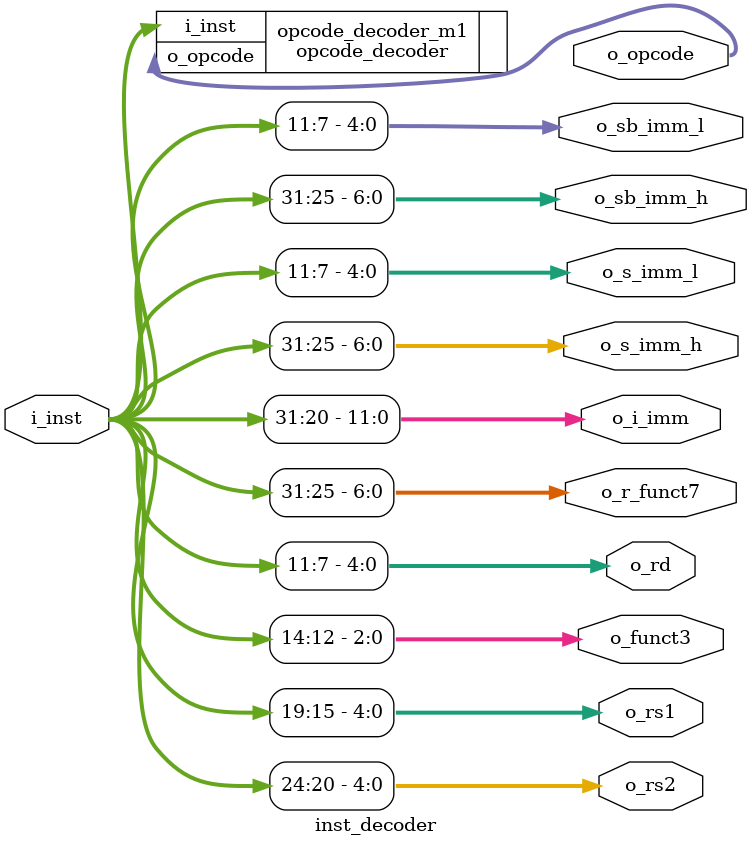
<source format=v>
/*
* Module : inst_decoder
* Author : Evan.Park
* Date   : May 29, 2023
* Description: This module implements the functionality of inst_decoder
*/
module inst_decoder #(
    parameter DWIDTH=32
) (
    input  [DWIDTH-1:0] i_inst,
    output [ 6:0]       o_opcode,
    output [ 4:0]       o_rs2,
    output [ 4:0]       o_rs1,
    output [ 2:0]       o_funct3,
    output [ 4:0]       o_rd,
    output [ 6:0]       o_r_funct7,
    output [11:0]       o_i_imm,
    output [ 6:0]       o_s_imm_h,
    output [ 4:0]       o_s_imm_l,
    output [ 6:0]       o_sb_imm_h,
    output [ 4:0]       o_sb_imm_l
);
    //Common
    assign o_rs2      = i_inst[24:20];
    assign o_rs1      = i_inst[19:15];
    assign o_funct3   = i_inst[14:12];
    assign o_rd       = i_inst[11:7];
    opcode_decoder opcode_decoder_m1(
        .i_inst(i_inst),
        .o_opcode(o_opcode),
    );
    
    // R type
    assign o_r_funct7 = i_inst[31:25];

    // I type
    assign o_i_imm    = i_inst[31:20];

    // S type
    assign o_s_imm_h  = i_inst[31:25];
    assign o_s_imm_l  = i_inst[11:7];

    // SB type
    assign o_sb_imm_h = i_inst[31:25];
    assign o_sb_imm_l = i_inst[11:7];
endmodule
</source>
